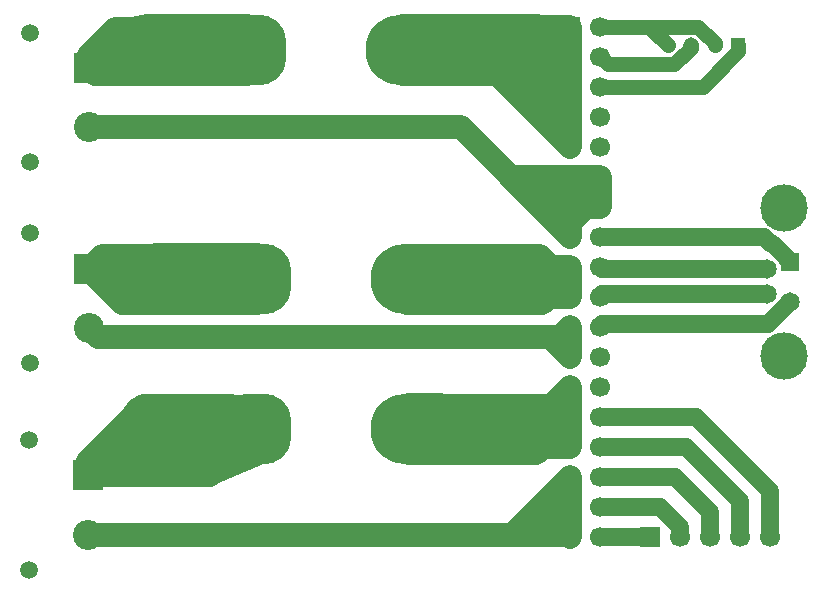
<source format=gbr>
%TF.GenerationSoftware,KiCad,Pcbnew,9.0.4*%
%TF.CreationDate,2025-12-04T18:39:57-05:00*%
%TF.ProjectId,Slipring Board,536c6970-7269-46e6-9720-426f6172642e,rev?*%
%TF.SameCoordinates,Original*%
%TF.FileFunction,Copper,L2,Bot*%
%TF.FilePolarity,Positive*%
%FSLAX46Y46*%
G04 Gerber Fmt 4.6, Leading zero omitted, Abs format (unit mm)*
G04 Created by KiCad (PCBNEW 9.0.4) date 2025-12-04 18:39:57*
%MOMM*%
%LPD*%
G01*
G04 APERTURE LIST*
G04 Aperture macros list*
%AMRoundRect*
0 Rectangle with rounded corners*
0 $1 Rounding radius*
0 $2 $3 $4 $5 $6 $7 $8 $9 X,Y pos of 4 corners*
0 Add a 4 corners polygon primitive as box body*
4,1,4,$2,$3,$4,$5,$6,$7,$8,$9,$2,$3,0*
0 Add four circle primitives for the rounded corners*
1,1,$1+$1,$2,$3*
1,1,$1+$1,$4,$5*
1,1,$1+$1,$6,$7*
1,1,$1+$1,$8,$9*
0 Add four rect primitives between the rounded corners*
20,1,$1+$1,$2,$3,$4,$5,0*
20,1,$1+$1,$4,$5,$6,$7,0*
20,1,$1+$1,$6,$7,$8,$9,0*
20,1,$1+$1,$8,$9,$2,$3,0*%
G04 Aperture macros list end*
%TA.AperFunction,Conductor*%
%ADD10C,0.500000*%
%TD*%
%TA.AperFunction,Conductor*%
%ADD11C,0.200000*%
%TD*%
%TA.AperFunction,ComponentPad*%
%ADD12R,1.700000X1.700000*%
%TD*%
%TA.AperFunction,ComponentPad*%
%ADD13C,1.700000*%
%TD*%
%TA.AperFunction,ComponentPad*%
%ADD14R,2.550000X2.550000*%
%TD*%
%TA.AperFunction,ComponentPad*%
%ADD15C,2.550000*%
%TD*%
%TA.AperFunction,ComponentPad*%
%ADD16C,1.508000*%
%TD*%
%TA.AperFunction,ComponentPad*%
%ADD17R,1.308000X1.308000*%
%TD*%
%TA.AperFunction,ComponentPad*%
%ADD18C,1.308000*%
%TD*%
%TA.AperFunction,ComponentPad*%
%ADD19R,1.650000X1.650000*%
%TD*%
%TA.AperFunction,ComponentPad*%
%ADD20C,1.650000*%
%TD*%
%TA.AperFunction,ComponentPad*%
%ADD21C,4.016000*%
%TD*%
%TA.AperFunction,ComponentPad*%
%ADD22RoundRect,2.400000X-0.600000X0.600000X-0.600000X-0.600000X0.600000X-0.600000X0.600000X0.600000X0*%
%TD*%
%TA.AperFunction,ComponentPad*%
%ADD23RoundRect,2.400000X-0.600000X-0.600000X0.600000X-0.600000X0.600000X0.600000X-0.600000X0.600000X0*%
%TD*%
%TA.AperFunction,ComponentPad*%
%ADD24C,6.000000*%
%TD*%
%TA.AperFunction,Conductor*%
%ADD25C,2.000000*%
%TD*%
%TA.AperFunction,Conductor*%
%ADD26C,1.500000*%
%TD*%
%TA.AperFunction,Conductor*%
%ADD27C,1.250000*%
%TD*%
G04 APERTURE END LIST*
D10*
%TO.N,/Shooter +24V*%
X36600000Y-21800000D02*
X30600000Y-21800000D01*
X24200000Y-20600000D01*
X23400000Y-20200000D01*
X23400000Y-18600000D01*
X24800000Y-17800000D01*
X27800000Y-16200000D01*
X36600000Y-16200000D01*
X36600000Y-21800000D01*
%TA.AperFunction,Conductor*%
G36*
X36600000Y-21800000D02*
G01*
X30600000Y-21800000D01*
X24200000Y-20600000D01*
X23400000Y-20200000D01*
X23400000Y-18600000D01*
X24800000Y-17800000D01*
X27800000Y-16200000D01*
X36600000Y-16200000D01*
X36600000Y-21800000D01*
G37*
%TD.AperFunction*%
%TO.N,Net-(J8-Pin_1)*%
X63200000Y-17400000D02*
X63200000Y-25000000D01*
X62600000Y-25400000D01*
X58400000Y-21800000D01*
X49400000Y-21800000D01*
X49400000Y-16200000D01*
X61000000Y-16200000D01*
X63200000Y-17400000D01*
%TA.AperFunction,Conductor*%
G36*
X63200000Y-17400000D02*
G01*
X63200000Y-25000000D01*
X62600000Y-25400000D01*
X58400000Y-21800000D01*
X49400000Y-21800000D01*
X49400000Y-16200000D01*
X61000000Y-16200000D01*
X63200000Y-17400000D01*
G37*
%TD.AperFunction*%
%TO.N,Net-(J8-Pin_17)*%
X57200000Y-36600000D02*
X62200000Y-37800000D01*
X63200000Y-38800000D01*
X60600000Y-41000000D01*
X49800000Y-41200000D01*
X51000000Y-36400000D01*
X57200000Y-36600000D01*
%TA.AperFunction,Conductor*%
G36*
X57200000Y-36600000D02*
G01*
X62200000Y-37800000D01*
X63200000Y-38800000D01*
X60600000Y-41000000D01*
X49800000Y-41200000D01*
X51000000Y-36400000D01*
X57200000Y-36600000D01*
G37*
%TD.AperFunction*%
D11*
%TO.N,/Mini PC +24*%
X38200000Y-53800000D02*
X33200000Y-55900000D01*
X33200000Y-54700000D01*
X24300000Y-55000000D01*
X23300000Y-53500000D01*
X28800000Y-48300000D01*
X36300000Y-48300000D01*
X38200000Y-53800000D01*
%TA.AperFunction,Conductor*%
G36*
X38200000Y-53800000D02*
G01*
X33200000Y-55900000D01*
X33200000Y-54700000D01*
X24300000Y-55000000D01*
X23300000Y-53500000D01*
X28800000Y-48300000D01*
X36300000Y-48300000D01*
X38200000Y-53800000D01*
G37*
%TD.AperFunction*%
D10*
%TO.N,Net-(J8-Pin_25)*%
X63700000Y-52800000D02*
X56200000Y-53900000D01*
X49900000Y-53900000D01*
X49900000Y-48300000D01*
X62100000Y-48400000D01*
X63700000Y-47600000D01*
X63700000Y-52800000D01*
%TA.AperFunction,Conductor*%
G36*
X63700000Y-52800000D02*
G01*
X56200000Y-53900000D01*
X49900000Y-53900000D01*
X49900000Y-48300000D01*
X62100000Y-48400000D01*
X63700000Y-47600000D01*
X63700000Y-52800000D01*
G37*
%TD.AperFunction*%
%TO.N,/Pitch +24*%
X37400000Y-41200000D02*
X31400000Y-41200000D01*
X25000000Y-40000000D01*
X24200000Y-39600000D01*
X24000000Y-36600000D01*
X25600000Y-36600000D01*
X28600000Y-35600000D01*
X37400000Y-35600000D01*
X37400000Y-41200000D01*
%TA.AperFunction,Conductor*%
G36*
X37400000Y-41200000D02*
G01*
X31400000Y-41200000D01*
X25000000Y-40000000D01*
X24200000Y-39600000D01*
X24000000Y-36600000D01*
X25600000Y-36600000D01*
X28600000Y-35600000D01*
X37400000Y-35600000D01*
X37400000Y-41200000D01*
G37*
%TD.AperFunction*%
%TD*%
D12*
%TO.P,J8,1,Pin_1*%
%TO.N,Net-(J8-Pin_1)*%
X63725000Y-17000000D03*
D13*
%TO.P,J8,2,Pin_2*%
%TO.N,/I2C GND*%
X66265000Y-17000000D03*
%TO.P,J8,3,Pin_3*%
%TO.N,Net-(J8-Pin_1)*%
X63725000Y-19540000D03*
%TO.P,J8,4,Pin_4*%
%TO.N,/I2C Data*%
X66265000Y-19540000D03*
%TO.P,J8,5,Pin_5*%
%TO.N,Net-(J8-Pin_1)*%
X63725000Y-22080000D03*
%TO.P,J8,6,Pin_6*%
%TO.N,/I2C Clock*%
X66265000Y-22080000D03*
%TO.P,J8,7,Pin_7*%
%TO.N,Net-(J8-Pin_1)*%
X63725000Y-24620000D03*
%TO.P,J8,8,Pin_8*%
%TO.N,/UART 1 rx*%
X66265000Y-24620000D03*
%TO.P,J8,9,Pin_9*%
%TO.N,Net-(J8-Pin_1)*%
X63725000Y-27160000D03*
%TO.P,J8,10,Pin_10*%
%TO.N,/UART 1 tx*%
X66265000Y-27160000D03*
%TO.P,J8,11,Pin_11*%
%TO.N,/Shooter GND*%
X63725000Y-29700000D03*
%TO.P,J8,12,Pin_12*%
X66265000Y-29700000D03*
%TO.P,J8,13,Pin_13*%
X63725000Y-32240000D03*
%TO.P,J8,14,Pin_14*%
X66265000Y-32240000D03*
%TO.P,J8,15,Pin_15*%
X63725000Y-34780000D03*
%TO.P,J8,16,Pin_16*%
%TO.N,/REF {slash} UART GND*%
X66265000Y-34780000D03*
%TO.P,J8,17,Pin_17*%
%TO.N,Net-(J8-Pin_17)*%
X63725000Y-37320000D03*
%TO.P,J8,18,Pin_18*%
%TO.N,/Ref +*%
X66265000Y-37320000D03*
%TO.P,J8,19,Pin_19*%
%TO.N,Net-(J8-Pin_17)*%
X63725000Y-39860000D03*
%TO.P,J8,20,Pin_20*%
%TO.N,/Ref Data A*%
X66265000Y-39860000D03*
%TO.P,J8,21,Pin_21*%
%TO.N,/Pitch GND*%
X63725000Y-42400000D03*
%TO.P,J8,22,Pin_22*%
%TO.N,/Ref Data B*%
X66265000Y-42400000D03*
%TO.P,J8,23,Pin_23*%
%TO.N,/Pitch GND*%
X63725000Y-44940000D03*
%TO.P,J8,24,Pin_24*%
%TO.N,/CAN Low*%
X66265000Y-44940000D03*
%TO.P,J8,25,Pin_25*%
%TO.N,Net-(J8-Pin_25)*%
X63725000Y-47480000D03*
%TO.P,J8,26,Pin_26*%
%TO.N,/CAN High*%
X66265000Y-47480000D03*
%TO.P,J8,27,Pin_27*%
%TO.N,Net-(J8-Pin_25)*%
X63725000Y-50020000D03*
%TO.P,J8,28,Pin_28*%
%TO.N,Net-(J8-Pin_28)*%
X66265000Y-50020000D03*
%TO.P,J8,29,Pin_29*%
%TO.N,Net-(J8-Pin_25)*%
X63725000Y-52560000D03*
%TO.P,J8,30,Pin_30*%
%TO.N,Net-(J8-Pin_30)*%
X66265000Y-52560000D03*
%TO.P,J8,31,Pin_31*%
%TO.N,/Mini PC GND*%
X63725000Y-55100000D03*
%TO.P,J8,32,Pin_32*%
%TO.N,Net-(J8-Pin_32)*%
X66265000Y-55100000D03*
%TO.P,J8,33,Pin_33*%
%TO.N,/Mini PC GND*%
X63725000Y-57640000D03*
%TO.P,J8,34,Pin_34*%
%TO.N,Net-(J8-Pin_34)*%
X66265000Y-57640000D03*
%TO.P,J8,35,Pin_35*%
%TO.N,/Mini PC GND*%
X63725000Y-60180000D03*
%TO.P,J8,36,Pin_36*%
%TO.N,Net-(J8-Pin_36)*%
X66265000Y-60180000D03*
%TD*%
D14*
%TO.P,J2,1,Pin_1*%
%TO.N,/Pitch +24*%
X23000000Y-37500000D03*
D15*
%TO.P,J2,2,Pin_2*%
%TO.N,/Pitch GND*%
X23000000Y-42500000D03*
D16*
%TO.P,J2,S1*%
%TO.N,N/C*%
X18000000Y-34500000D03*
%TO.P,J2,S2*%
X18000000Y-45500000D03*
%TD*%
D17*
%TO.P,J7,1,Pin_1*%
%TO.N,/I2C Clock*%
X78000000Y-18550000D03*
D18*
%TO.P,J7,2,Pin_2*%
%TO.N,/I2C GND*%
X76000000Y-18550000D03*
%TO.P,J7,3,Pin_3*%
%TO.N,/I2C Data*%
X74000000Y-18550000D03*
%TO.P,J7,4,Pin_4*%
%TO.N,/I2C GND*%
X72000000Y-18550000D03*
%TD*%
D14*
%TO.P,J3,1,Pin_1*%
%TO.N,/Mini PC +24*%
X22900000Y-55000000D03*
D15*
%TO.P,J3,2,Pin_2*%
%TO.N,/Mini PC GND*%
X22900000Y-60000000D03*
D16*
%TO.P,J3,S1*%
%TO.N,N/C*%
X17900000Y-52000000D03*
%TO.P,J3,S2*%
X17900000Y-63000000D03*
%TD*%
D12*
%TO.P,J9,1,Pin_1*%
%TO.N,Net-(J8-Pin_36)*%
X70520000Y-60200000D03*
D13*
%TO.P,J9,2,Pin_2*%
%TO.N,Net-(J8-Pin_34)*%
X73060000Y-60200000D03*
%TO.P,J9,3,Pin_3*%
%TO.N,Net-(J8-Pin_32)*%
X75600000Y-60200000D03*
%TO.P,J9,4,Pin_4*%
%TO.N,Net-(J8-Pin_30)*%
X78140000Y-60200000D03*
%TO.P,J9,5,Pin_5*%
%TO.N,Net-(J8-Pin_28)*%
X80680000Y-60200000D03*
%TD*%
D14*
%TO.P,J1,1,Pin_1*%
%TO.N,/Shooter +24V*%
X23000000Y-20500000D03*
D15*
%TO.P,J1,2,Pin_2*%
%TO.N,/Shooter GND*%
X23000000Y-25500000D03*
D16*
%TO.P,J1,S1*%
%TO.N,N/C*%
X18000000Y-17500000D03*
%TO.P,J1,S2*%
X18000000Y-28500000D03*
%TD*%
D19*
%TO.P,J5,1,Pin_1*%
%TO.N,/REF {slash} UART GND*%
X82362500Y-36900000D03*
D20*
%TO.P,J5,2,Pin_2*%
%TO.N,/Ref +*%
X80412500Y-37525000D03*
%TO.P,J5,3,Pin_3*%
%TO.N,/Ref Data B*%
X82362500Y-40300000D03*
%TO.P,J5,4,Pin_4*%
%TO.N,/Ref Data A*%
X80412500Y-39675000D03*
D21*
%TO.P,J5,G1*%
%TO.N,N/C*%
X81862500Y-32350000D03*
%TO.P,J5,G2*%
X81862500Y-44850000D03*
%TD*%
D22*
%TO.P,F1,1*%
%TO.N,/Shooter +24V*%
X28317500Y-19000000D03*
D23*
X36717500Y-19000000D03*
D24*
%TO.P,F1,2*%
%TO.N,Net-(J8-Pin_1)*%
X49417500Y-19000000D03*
X57817500Y-19000000D03*
%TD*%
D22*
%TO.P,F3,1*%
%TO.N,/Mini PC +24*%
X28717500Y-51100000D03*
D23*
X37117500Y-51100000D03*
D24*
%TO.P,F3,2*%
%TO.N,Net-(J8-Pin_25)*%
X49817500Y-51100000D03*
X58217500Y-51100000D03*
%TD*%
D22*
%TO.P,F2,1*%
%TO.N,/Pitch +24*%
X28717500Y-38400000D03*
D23*
X37117500Y-38400000D03*
D24*
%TO.P,F2,2*%
%TO.N,Net-(J8-Pin_17)*%
X49817500Y-38400000D03*
X58217500Y-38400000D03*
%TD*%
D25*
%TO.N,/Mini PC +24*%
X35117500Y-49100000D02*
X37117500Y-51100000D01*
%TO.N,/Pitch +24*%
X23000000Y-37500000D02*
X24100000Y-36400000D01*
%TO.N,/Pitch GND*%
X63725000Y-44940000D02*
X62035000Y-43250000D01*
%TO.N,Net-(J8-Pin_1)*%
X63725000Y-27160000D02*
X57565000Y-21000000D01*
%TO.N,Net-(J8-Pin_25)*%
X63725000Y-47480000D02*
X62105000Y-49100000D01*
%TO.N,/Pitch GND*%
X63725000Y-42400000D02*
X62875000Y-43250000D01*
%TO.N,Net-(J8-Pin_25)*%
X63725000Y-52560000D02*
X63725000Y-47480000D01*
D26*
%TO.N,Net-(J8-Pin_36)*%
X70500000Y-60180000D02*
X70520000Y-60200000D01*
D25*
%TO.N,Net-(J8-Pin_25)*%
X62105000Y-49100000D02*
X51817500Y-49100000D01*
%TO.N,/Mini PC +24*%
X33217500Y-55000000D02*
X37117500Y-51100000D01*
D26*
%TO.N,/Ref +*%
X80412500Y-37525000D02*
X66470000Y-37525000D01*
D25*
%TO.N,Net-(J8-Pin_25)*%
X61440000Y-52560000D02*
X60900000Y-53100000D01*
%TO.N,Net-(J8-Pin_1)*%
X51417500Y-21000000D02*
X49417500Y-19000000D01*
X63725000Y-17000000D02*
X51417500Y-17000000D01*
%TO.N,/Mini PC +24*%
X28717500Y-49282500D02*
X28900000Y-49100000D01*
%TO.N,/Pitch GND*%
X62875000Y-43250000D02*
X61800000Y-43250000D01*
%TO.N,/Pitch +24*%
X37717500Y-38400000D02*
X35717500Y-40400000D01*
%TO.N,/Shooter GND*%
X58645000Y-29700000D02*
X58645000Y-29645000D01*
%TO.N,Net-(J8-Pin_17)*%
X61400000Y-40400000D02*
X51817500Y-40400000D01*
%TO.N,/Shooter GND*%
X65062919Y-32240000D02*
X63725000Y-33577919D01*
D26*
%TO.N,Net-(J8-Pin_36)*%
X66265000Y-60180000D02*
X70500000Y-60180000D01*
D25*
%TO.N,/Shooter GND*%
X63725000Y-29700000D02*
X63725000Y-32240000D01*
%TO.N,Net-(J8-Pin_17)*%
X49817500Y-38400000D02*
X49817500Y-36417500D01*
%TO.N,/Shooter GND*%
X54500000Y-25500000D02*
X23000000Y-25500000D01*
X61185000Y-29700000D02*
X66265000Y-29700000D01*
X66265000Y-29700000D02*
X63725000Y-29700000D01*
%TO.N,Net-(J8-Pin_17)*%
X62120000Y-37320000D02*
X63725000Y-37320000D01*
%TO.N,/Pitch +24*%
X35717500Y-40400000D02*
X25800000Y-40400000D01*
%TO.N,Net-(J8-Pin_1)*%
X57565000Y-21000000D02*
X51417500Y-21000000D01*
%TO.N,Net-(J8-Pin_25)*%
X60900000Y-53100000D02*
X51817500Y-53100000D01*
X63725000Y-52560000D02*
X61440000Y-52560000D01*
%TO.N,/Mini PC +24*%
X32400000Y-49100000D02*
X27600000Y-49100000D01*
%TO.N,Net-(J8-Pin_17)*%
X51817500Y-40400000D02*
X49817500Y-38400000D01*
X63725000Y-37320000D02*
X63725000Y-39860000D01*
%TO.N,/Pitch +24*%
X37117500Y-38400000D02*
X37117500Y-36482500D01*
D27*
%TO.N,/I2C GND*%
X66265000Y-17000000D02*
X70450000Y-17000000D01*
D25*
%TO.N,/Shooter GND*%
X63725000Y-32240000D02*
X66265000Y-32240000D01*
%TO.N,/Pitch +24*%
X25800000Y-40400000D02*
X23000000Y-37600000D01*
%TO.N,/Shooter GND*%
X58645000Y-29645000D02*
X54500000Y-25500000D01*
X66265000Y-32240000D02*
X65062919Y-32240000D01*
%TO.N,/Pitch +24*%
X23000000Y-37600000D02*
X23000000Y-37500000D01*
%TO.N,Net-(J8-Pin_17)*%
X61940000Y-39860000D02*
X61400000Y-40400000D01*
%TO.N,/Shooter GND*%
X63725000Y-33577919D02*
X63725000Y-34780000D01*
%TO.N,Net-(J8-Pin_17)*%
X49817500Y-36417500D02*
X49800000Y-36400000D01*
%TO.N,/Pitch +24*%
X24100000Y-36400000D02*
X24600000Y-36400000D01*
%TO.N,Net-(J8-Pin_1)*%
X63725000Y-17000000D02*
X63725000Y-27160000D01*
%TO.N,/Shooter GND*%
X63725000Y-34780000D02*
X63725000Y-32240000D01*
X63725000Y-34780000D02*
X58645000Y-29700000D01*
%TO.N,Net-(J8-Pin_25)*%
X51817500Y-49100000D02*
X49817500Y-51100000D01*
%TO.N,/Pitch +24*%
X37117500Y-36482500D02*
X37200000Y-36400000D01*
%TO.N,/Shooter GND*%
X66265000Y-32240000D02*
X66265000Y-29700000D01*
X63725000Y-32240000D02*
X66265000Y-29700000D01*
X63725000Y-32240000D02*
X61185000Y-29700000D01*
%TO.N,Net-(J8-Pin_17)*%
X61200000Y-36400000D02*
X62120000Y-37320000D01*
X49800000Y-36400000D02*
X61200000Y-36400000D01*
%TO.N,/Shooter GND*%
X61185000Y-29700000D02*
X58645000Y-29700000D01*
%TO.N,/Pitch GND*%
X63725000Y-44940000D02*
X63725000Y-42400000D01*
X61800000Y-43250000D02*
X23750000Y-43250000D01*
%TO.N,/Pitch +24*%
X37200000Y-36400000D02*
X24600000Y-36400000D01*
%TO.N,Net-(J8-Pin_1)*%
X51417500Y-17000000D02*
X49417500Y-19000000D01*
%TO.N,/Pitch GND*%
X23750000Y-43250000D02*
X23000000Y-42500000D01*
%TO.N,Net-(J8-Pin_17)*%
X63725000Y-39860000D02*
X61940000Y-39860000D01*
%TO.N,Net-(J8-Pin_25)*%
X51817500Y-53100000D02*
X49817500Y-51100000D01*
D26*
%TO.N,/REF {slash} UART GND*%
X81831250Y-36368750D02*
X82362500Y-36900000D01*
D25*
%TO.N,/Shooter +24V*%
X30000000Y-19000000D02*
X31800000Y-17200000D01*
%TO.N,/Mini PC GND*%
X59000000Y-60000000D02*
X63545000Y-60000000D01*
X61365000Y-60000000D02*
X59000000Y-60000000D01*
D27*
%TO.N,/I2C Data*%
X74000000Y-18778800D02*
X74000000Y-18550000D01*
D25*
%TO.N,/Mini PC +24*%
X27600000Y-49100000D02*
X22900000Y-53800000D01*
%TO.N,/Mini PC GND*%
X63545000Y-60000000D02*
X63725000Y-60180000D01*
X58825000Y-60000000D02*
X56800000Y-60000000D01*
D26*
%TO.N,/Ref Data A*%
X80412500Y-39675000D02*
X66450000Y-39675000D01*
D25*
%TO.N,/Shooter +24V*%
X28317500Y-19000000D02*
X30000000Y-19000000D01*
%TO.N,/Mini PC GND*%
X56800000Y-60000000D02*
X59000000Y-60000000D01*
%TO.N,/Shooter +24V*%
X23000000Y-20500000D02*
X23000000Y-19400000D01*
%TO.N,/Mini PC +24*%
X28900000Y-49100000D02*
X32400000Y-49100000D01*
X28717500Y-51100000D02*
X28717500Y-49282500D01*
D26*
%TO.N,Net-(J8-Pin_28)*%
X74420000Y-50020000D02*
X66265000Y-50020000D01*
%TO.N,/REF {slash} UART GND*%
X66285000Y-34800000D02*
X80127842Y-34800000D01*
%TO.N,Net-(J8-Pin_30)*%
X66265000Y-52560000D02*
X73560000Y-52560000D01*
D27*
%TO.N,/I2C Data*%
X66265000Y-19540000D02*
X66925000Y-20200000D01*
D26*
%TO.N,/REF {slash} UART GND*%
X80981500Y-35519000D02*
X81831250Y-36368750D01*
D27*
%TO.N,/I2C GND*%
X76000000Y-18400000D02*
X76000000Y-18550000D01*
D25*
%TO.N,/Shooter +24V*%
X23000000Y-20500000D02*
X23500000Y-21000000D01*
%TO.N,/Mini PC GND*%
X63725000Y-57640000D02*
X61365000Y-60000000D01*
D27*
%TO.N,/I2C GND*%
X70450000Y-17000000D02*
X74600000Y-17000000D01*
D25*
%TO.N,/Mini PC +24*%
X32400000Y-49100000D02*
X35117500Y-49100000D01*
%TO.N,/Mini PC GND*%
X63725000Y-57640000D02*
X63725000Y-55100000D01*
%TO.N,/Shooter +24V*%
X34717500Y-21000000D02*
X36717500Y-19000000D01*
D26*
%TO.N,Net-(J8-Pin_34)*%
X73060000Y-59360000D02*
X73060000Y-60200000D01*
%TO.N,Net-(J8-Pin_28)*%
X80680000Y-60200000D02*
X80680000Y-56280000D01*
D25*
%TO.N,/Shooter +24V*%
X34917500Y-17200000D02*
X36717500Y-19000000D01*
D26*
%TO.N,/REF {slash} UART GND*%
X80771500Y-35309000D02*
X80981500Y-35519000D01*
D27*
%TO.N,/I2C GND*%
X74600000Y-17000000D02*
X76000000Y-18400000D01*
%TO.N,/I2C Data*%
X72578800Y-20200000D02*
X74000000Y-18778800D01*
D25*
%TO.N,/Shooter +24V*%
X25200000Y-17200000D02*
X31800000Y-17200000D01*
%TO.N,/Mini PC GND*%
X63725000Y-55100000D02*
X58825000Y-60000000D01*
%TO.N,/Shooter +24V*%
X23000000Y-19400000D02*
X25200000Y-17200000D01*
%TO.N,/Mini PC +24*%
X22900000Y-53800000D02*
X22900000Y-55000000D01*
%TO.N,/Mini PC GND*%
X63725000Y-60180000D02*
X63725000Y-57640000D01*
D26*
%TO.N,Net-(J8-Pin_32)*%
X72600000Y-55100000D02*
X66265000Y-55100000D01*
%TO.N,Net-(J8-Pin_34)*%
X66265000Y-57640000D02*
X71340000Y-57640000D01*
%TO.N,/Ref Data B*%
X80462500Y-42200000D02*
X82362500Y-40300000D01*
D27*
%TO.N,/I2C GND*%
X70450000Y-17000000D02*
X72000000Y-18550000D01*
D25*
%TO.N,/Shooter +24V*%
X31800000Y-17200000D02*
X34917500Y-17200000D01*
D26*
%TO.N,/Ref Data A*%
X66450000Y-39675000D02*
X66265000Y-39860000D01*
D27*
%TO.N,/I2C Data*%
X66925000Y-20200000D02*
X72578800Y-20200000D01*
D25*
%TO.N,/Mini PC GND*%
X22900000Y-60000000D02*
X56800000Y-60000000D01*
D26*
%TO.N,/Ref +*%
X66470000Y-37525000D02*
X66265000Y-37320000D01*
D25*
%TO.N,/Mini PC +24*%
X22900000Y-55000000D02*
X33217500Y-55000000D01*
%TO.N,/Shooter +24V*%
X23500000Y-21000000D02*
X34717500Y-21000000D01*
D26*
%TO.N,/REF {slash} UART GND*%
X80636842Y-35309000D02*
X80771500Y-35309000D01*
%TO.N,Net-(J8-Pin_28)*%
X80680000Y-56280000D02*
X74420000Y-50020000D01*
%TO.N,Net-(J8-Pin_32)*%
X75600000Y-58100000D02*
X72600000Y-55100000D01*
D27*
%TO.N,/I2C Clock*%
X78000000Y-18550000D02*
X78000000Y-19100000D01*
D26*
%TO.N,/Ref Data B*%
X66465000Y-42200000D02*
X80462500Y-42200000D01*
%TO.N,Net-(J8-Pin_30)*%
X78140000Y-57140000D02*
X78140000Y-60200000D01*
%TO.N,Net-(J8-Pin_34)*%
X71340000Y-57640000D02*
X73060000Y-59360000D01*
%TO.N,Net-(J8-Pin_30)*%
X73560000Y-52560000D02*
X78140000Y-57140000D01*
D27*
%TO.N,/I2C Clock*%
X75020000Y-22080000D02*
X66265000Y-22080000D01*
D26*
%TO.N,Net-(J8-Pin_32)*%
X75600000Y-60200000D02*
X75600000Y-58100000D01*
%TO.N,/REF {slash} UART GND*%
X66265000Y-34780000D02*
X66285000Y-34800000D01*
X80127842Y-34800000D02*
X80636842Y-35309000D01*
D27*
%TO.N,/I2C Clock*%
X78000000Y-19100000D02*
X75020000Y-22080000D01*
D26*
%TO.N,/Ref Data B*%
X66265000Y-42400000D02*
X66465000Y-42200000D01*
%TD*%
M02*

</source>
